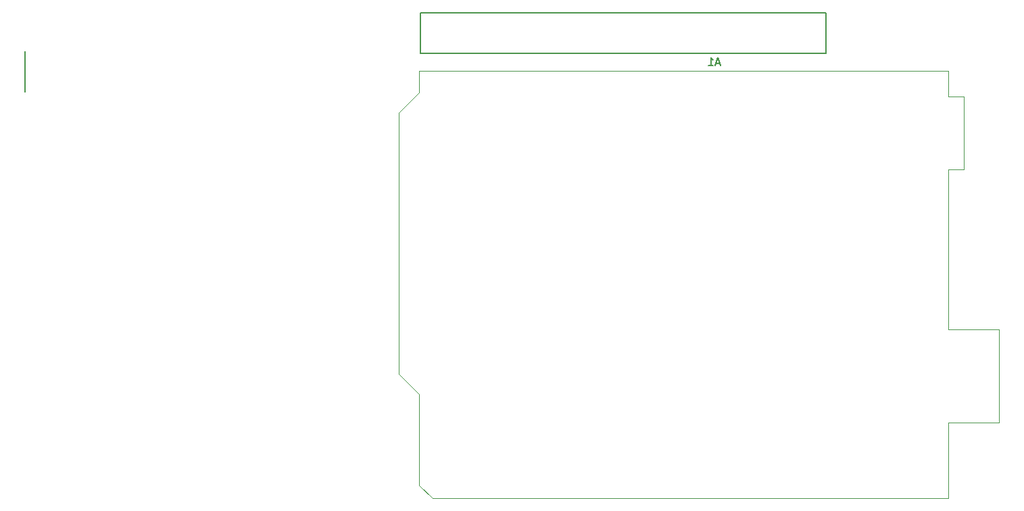
<source format=gbo>
G04 #@! TF.GenerationSoftware,KiCad,Pcbnew,7.0.8*
G04 #@! TF.CreationDate,2023-10-30T19:17:05-05:00*
G04 #@! TF.ProjectId,DiffGPS_Hardware,44696666-4750-4535-9f48-617264776172,rev?*
G04 #@! TF.SameCoordinates,Original*
G04 #@! TF.FileFunction,Legend,Bot*
G04 #@! TF.FilePolarity,Positive*
%FSLAX46Y46*%
G04 Gerber Fmt 4.6, Leading zero omitted, Abs format (unit mm)*
G04 Created by KiCad (PCBNEW 7.0.8) date 2023-10-30 19:17:05*
%MOMM*%
%LPD*%
G01*
G04 APERTURE LIST*
%ADD10C,0.150000*%
%ADD11C,0.120000*%
%ADD12C,2.946400*%
%ADD13O,5.100000X3.000000*%
%ADD14C,3.000000*%
%ADD15C,1.700000*%
%ADD16R,1.600000X1.600000*%
%ADD17O,1.600000X1.600000*%
G04 APERTURE END LIST*
D10*
X118654285Y-49159104D02*
X118178095Y-49159104D01*
X118749523Y-49444819D02*
X118416190Y-48444819D01*
X118416190Y-48444819D02*
X118082857Y-49444819D01*
X117225714Y-49444819D02*
X117797142Y-49444819D01*
X117511428Y-49444819D02*
X117511428Y-48444819D01*
X117511428Y-48444819D02*
X117606666Y-48587676D01*
X117606666Y-48587676D02*
X117701904Y-48682914D01*
X117701904Y-48682914D02*
X117797142Y-48730533D01*
X31601000Y-47629000D02*
X31601000Y-52709000D01*
X81131000Y-42803000D02*
X81131000Y-47883000D01*
X81131000Y-47883000D02*
X131931000Y-47883000D01*
X131931000Y-42803000D02*
X81131000Y-42803000D01*
X131931000Y-47883000D02*
X131931000Y-42803000D01*
D11*
X153630000Y-94200000D02*
X147280000Y-94200000D01*
X153630000Y-82520000D02*
X153630000Y-94200000D01*
X149180000Y-62450000D02*
X147280000Y-62450000D01*
X149180000Y-53310000D02*
X149180000Y-62450000D01*
X147280000Y-103730000D02*
X82630000Y-103730000D01*
X147280000Y-94200000D02*
X147280000Y-103730000D01*
X147280000Y-82520000D02*
X153630000Y-82520000D01*
X147280000Y-62450000D02*
X147280000Y-82520000D01*
X147280000Y-53310000D02*
X149180000Y-53310000D01*
X147280000Y-50130000D02*
X147280000Y-53310000D01*
X82630000Y-103730000D02*
X80980000Y-102080000D01*
X80980000Y-102080000D02*
X80980000Y-90650000D01*
X80980000Y-90650000D02*
X78440000Y-88110000D01*
X80980000Y-52800000D02*
X80980000Y-50130000D01*
X80980000Y-50130000D02*
X147280000Y-50130000D01*
X78440000Y-88110000D02*
X78440000Y-55340000D01*
X78440000Y-55340000D02*
X80980000Y-52800000D01*
%LPC*%
D12*
X49890000Y-110240000D03*
D13*
X63627000Y-96330800D03*
X71501000Y-96330800D03*
D14*
X77531000Y-45343000D03*
X77531000Y-94343000D03*
X135531000Y-45343000D03*
X135531000Y-94343000D03*
D15*
X82401000Y-46613000D03*
X82401000Y-44073000D03*
X84941000Y-46613000D03*
X84941000Y-44073000D03*
X87481000Y-46613000D03*
X87481000Y-44073000D03*
X90021000Y-46613000D03*
X90021000Y-44073000D03*
X92561000Y-46613000D03*
X92561000Y-44073000D03*
X95101000Y-46613000D03*
X95101000Y-44073000D03*
X97641000Y-46613000D03*
X97641000Y-44073000D03*
X100181000Y-46613000D03*
X100181000Y-44073000D03*
X102721000Y-46613000D03*
X102721000Y-44073000D03*
X105261000Y-46613000D03*
X105261000Y-44073000D03*
X107801000Y-46613000D03*
X107801000Y-44073000D03*
X110341000Y-46613000D03*
X110341000Y-44073000D03*
X112881000Y-46613000D03*
X112881000Y-44073000D03*
X115421000Y-46613000D03*
X115421000Y-44073000D03*
X117961000Y-46613000D03*
X117961000Y-44073000D03*
X120501000Y-46613000D03*
X120501000Y-44073000D03*
X123041000Y-46613000D03*
X123041000Y-44073000D03*
X125581000Y-46613000D03*
X125581000Y-44073000D03*
X128121000Y-46613000D03*
X128121000Y-44073000D03*
X130661000Y-46613000D03*
X130661000Y-44073000D03*
D12*
X49877580Y-46607580D03*
X151657180Y-110236000D03*
D16*
X119210000Y-52800000D03*
D17*
X116670000Y-52800000D03*
X114130000Y-52800000D03*
X111590000Y-52800000D03*
X109050000Y-52800000D03*
X106510000Y-52800000D03*
X103970000Y-52800000D03*
X101430000Y-52800000D03*
X96350000Y-52800000D03*
X93810000Y-52800000D03*
X91270000Y-52800000D03*
X88730000Y-52800000D03*
X86190000Y-52800000D03*
X83650000Y-52800000D03*
X83650000Y-101060000D03*
X86190000Y-101060000D03*
X88730000Y-101060000D03*
X91270000Y-101060000D03*
X93810000Y-101060000D03*
X96350000Y-101060000D03*
X98890000Y-101060000D03*
X101430000Y-101060000D03*
X105490000Y-101060000D03*
X108030000Y-101060000D03*
X110570000Y-101060000D03*
X113110000Y-101060000D03*
X115650000Y-101060000D03*
X118190000Y-101060000D03*
X120730000Y-101060000D03*
X123270000Y-101060000D03*
X125810000Y-101060000D03*
X128350000Y-101060000D03*
%LPD*%
M02*

</source>
